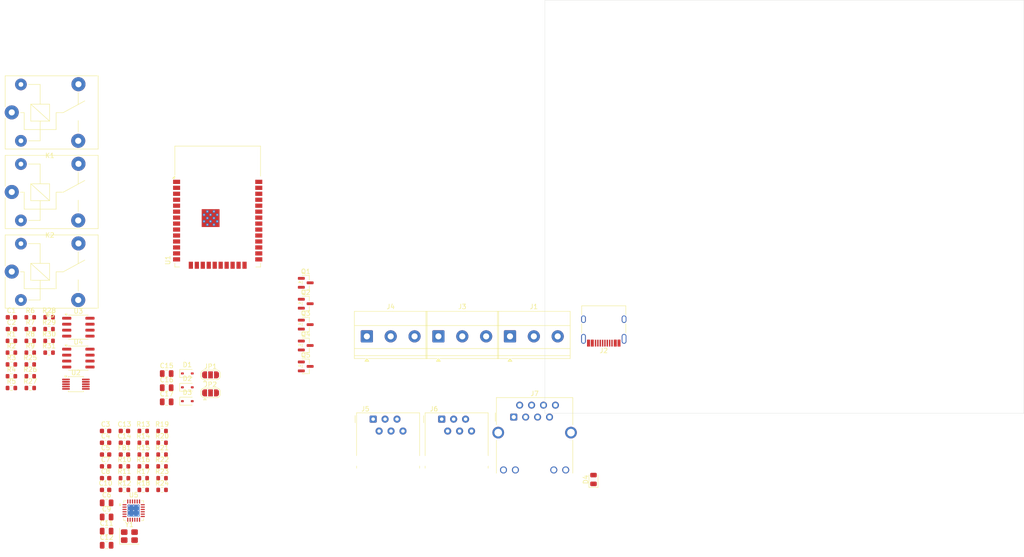
<source format=kicad_pcb>
(kicad_pcb (version 20241229) (generator "pcbnew") (generator_version "9.0")
  (layers (0 "F.Cu" signal) (2 "B.Cu" signal) (13 "F.Paste" user) (15 "B.Paste" user) (5 "F.SilkS" user "F.Silkscreen") (7 "B.SilkS" user "B.Silkscreen") (1 "F.Mask" user) (3 "B.Mask" user) (25 "Edge.Cuts" user))
  (net 0 "")
  (net 1 "GND")
  (net 2 "+3.3V")
  (net 3 "Net-(J7-RCT)")
  (net 4 "Net-(U5-VDD1A)")
  (net 5 "Net-(U5-VDDCR)")
  (net 6 "Net-(U5-XTAL1{slash}CLKIN)")
  (net 7 "Net-(U5-XTAL2)")
  (net 8 "/RST")
  (net 9 "+5V")
  (net 10 "Net-(D1-A)")
  (net 11 "Net-(D2-A)")
  (net 12 "Net-(D3-A)")
  (net 13 "Net-(D4-A)")
  (net 14 "Net-(D4-K)")
  (net 15 "Net-(J1-Pin_3)")
  (net 16 "Net-(J1-Pin_1)")
  (net 17 "Net-(J1-Pin_2)")
  (net 18 "Net-(J2-CC2)")
  (net 19 "Net-(U2-UD-)")
  (net 20 "Net-(U2-UD+)")
  (net 23 "Net-(J2-CC1)")
  (net 24 "Net-(J3-Pin_2)")
  (net 25 "Net-(J3-Pin_3)")
  (net 26 "Net-(J3-Pin_1)")
  (net 27 "Net-(J4-Pin_1)")
  (net 28 "Net-(J4-Pin_2)")
  (net 29 "Net-(J4-Pin_3)")
  (net 30 "Net-(U3-A)")
  (net 31 "Net-(U3-B)")
  (net 36 "Net-(U4-B)")
  (net 37 "Net-(U4-A)")
  (net 40 "Net-(J7-Pad11)")
  (net 41 "Net-(J7-RD-)")
  (net 42 "/Ethernet/LED1")
  (net 43 "Net-(J7-Pad10)")
  (net 44 "/Ethernet/LED2")
  (net 45 "Net-(J7-TD-)")
  (net 46 "Net-(J7-RD+)")
  (net 48 "Net-(J7-TD+)")
  (net 49 "Net-(JP1-C)")
  (net 50 "/TX1EN")
  (net 51 "Net-(JP2-C)")
  (net 52 "/TX2EN")
  (net 53 "Net-(Q1-G)")
  (net 54 "Net-(Q2-G)")
  (net 55 "Net-(Q3-G)")
  (net 56 "Net-(Q4-B)")
  (net 57 "Net-(Q4-E)")
  (net 58 "Net-(Q5-B)")
  (net 59 "/GPIO0")
  (net 60 "Net-(Q5-E)")
  (net 61 "Net-(U5-RBIAS)")
  (net 62 "/RST_ETH")
  (net 63 "/RXD0")
  (net 64 "/RXD1")
  (net 65 "/CRS_DV")
  (net 66 "/Ethernet/RXER{slash}PHYAD0")
  (net 67 "/MDC")
  (net 68 "/REF_CLK")
  (net 70 "/TX1")
  (net 72 "/RX1")
  (net 74 "/TXD1")
  (net 75 "/TXD0")
  (net 76 "/TX2")
  (net 77 "/MDIO")
  (net 78 "/TX_EN")
  (net 82 "/RX2")
  (net 88 "/UART_TX")
  (net 89 "/UART_RX")
  (footprint "Package_TO_SOT_SMD:SOT-23" (layer "F.Cu") (at 119.0625 108)
    (property "Reference" "Q5" (at 0 -2.4 0) (layer "F.SilkS"))
    (property "Value" "SS8050")
    (pad "1" smd roundrect (at -0.9375 -0.95) (size 1.475 0.6) (layers "F.Cu" "F.Mask" "F.Paste") (net 58 "Net-(Q5-B)"))
    (pad "2" smd roundrect (at -0.9375 0.95) (size 1.475 0.6) (layers "F.Cu" "F.Mask" "F.Paste") (net 60 "Net-(Q5-E)"))
    (pad "3" smd roundrect (at 0.9375 0) (size 1.475 0.6) (layers "F.Cu" "F.Mask" "F.Paste") (net 59 "/GPIO0"))
  )
  (footprint "Diode_SMD:D_SOD-323" (layer "F.Cu") (at 93.8475 109.5)
    (property "Reference" "D1" (at 0 -1.85 0) (layer "F.SilkS"))
    (property "Value" "1N4148WS")
    (pad "1" smd roundrect (at -1.05 0) (size 0.6 0.45) (layers "F.Cu" "F.Mask" "F.Paste") (net 9 "+5V"))
    (pad "2" smd roundrect (at 1.05 0) (size 0.6 0.45) (layers "F.Cu" "F.Mask" "F.Paste") (net 10 "Net-(D1-A)"))
  )
  (footprint "Package_TO_SOT_SMD:SOT-23" (layer "F.Cu") (at 119.0625 90.2)
    (property "Reference" "Q1" (at 0 -2.4 0) (layer "F.SilkS"))
    (property "Value" "AO3400A")
    (pad "1" smd roundrect (at -0.9375 -0.95) (size 1.475 0.6) (layers "F.Cu" "F.Mask" "F.Paste") (net 53 "Net-(Q1-G)"))
    (pad "2" smd roundrect (at -0.9375 0.95) (size 1.475 0.6) (layers "F.Cu" "F.Mask" "F.Paste") (net 1 "GND"))
    (pad "3" smd roundrect (at 0.9375 0) (size 1.475 0.6) (layers "F.Cu" "F.Mask" "F.Paste") (net 10 "Net-(D1-A)"))
  )
  (footprint "Relay_THT:Relay_SPDT_SANYOU_SRD_Series_Form_C" (layer "F.Cu") (at 56.4625 70.86)
    (property "Reference" "K2" (at 8.1 9.2 0) (layer "F.SilkS"))
    (property "Value" "SANYOU_SRD_Form_C")
    (pad "1" thru_hole circle (at 0 0 90) (size 3 3) (drill 1.3) (layers "*.Cu" "*.Mask") (net 24 "Net-(J3-Pin_2)"))
    (pad "2" thru_hole circle (at 1.95 6.05 90) (size 2.5 2.5) (drill 1) (layers "*.Cu" "*.Mask") (net 11 "Net-(D2-A)"))
    (pad "3" thru_hole circle (at 14.15 6.05 90) (size 3 3) (drill 1.3) (layers "*.Cu" "*.Mask") (net 26 "Net-(J3-Pin_1)"))
    (pad "4" thru_hole circle (at 14.2 -6 90) (size 3 3) (drill 1.3) (layers "*.Cu" "*.Mask") (net 25 "Net-(J3-Pin_3)"))
    (pad "5" thru_hole circle (at 1.95 -5.95 90) (size 2.5 2.5) (drill 1) (layers "*.Cu" "*.Mask") (net 9 "+5V"))
  )
  (footprint "Capacitor_SMD:C_0805_2012Metric" (layer "F.Cu") (at 89.4525 112.54)
    (property "Reference" "C16" (at 0 -1.68 0) (layer "F.SilkS"))
    (property "Value" "10uF")
    (pad "1" smd roundrect (at -0.95 0) (size 1 1.45) (layers "F.Cu" "F.Mask" "F.Paste") (net 2 "+3.3V"))
    (pad "2" smd roundrect (at 0.95 0) (size 1 1.45) (layers "F.Cu" "F.Mask" "F.Paste") (net 1 "GND"))
  )
  (footprint "Resistor_SMD:R_0603_1608Metric" (layer "F.Cu") (at 84.4625 124.26)
    (property "Reference" "R14" (at 0 -1.43 0) (layer "F.SilkS"))
    (property "Value" "49.9")
    (pad "1" smd roundrect (at -0.825 0) (size 0.8 0.95) (layers "F.Cu" "F.Mask" "F.Paste") (net 4 "Net-(U5-VDD1A)"))
    (pad "2" smd roundrect (at 0.825 0) (size 0.8 0.95) (layers "F.Cu" "F.Mask" "F.Paste") (net 41 "Net-(J7-RD-)"))
  )
  (footprint "RF_Module:ESP32-WROOM-32D" (layer "F.Cu") (at 100.3125 76.95)
    (property "Reference" "U1" (at -10.61 8.43 90) (layer "F.SilkS"))
    (property "Value" "ESP32-WROOM-32E")
    (pad "1" smd rect (at -8.75 -8.25) (size 1.5 0.9) (layers "F.Cu" "F.Mask" "F.Paste") (net 1 "GND"))
    (pad "2" smd rect (at -8.75 -6.98) (size 1.5 0.9) (layers "F.Cu" "F.Mask" "F.Paste") (net 2 "+3.3V"))
    (pad "3" smd rect (at -8.75 -5.71) (size 1.5 0.9) (layers "F.Cu" "F.Mask" "F.Paste") (net 8 "/RST"))
    (pad "4" smd rect (at -8.75 -4.44) (size 1.5 0.9) (layers "F.Cu" "F.Mask" "F.Paste"))
    (pad "5" smd rect (at -8.75 -3.17) (size 1.5 0.9) (layers "F.Cu" "F.Mask" "F.Paste"))
    (pad "6" smd rect (at -8.75 -1.9) (size 1.5 0.9) (layers "F.Cu" "F.Mask" "F.Paste"))
    (pad "7" smd rect (at -8.75 -0.63) (size 1.5 0.9) (layers "F.Cu" "F.Mask" "F.Paste"))
    (pad "8" smd rect (at -8.75 0.64) (size 1.5 0.9) (layers "F.Cu" "F.Mask" "F.Paste") (net 55 "Net-(Q3-G)"))
    (pad "9" smd rect (at -8.75 1.91) (size 1.5 0.9) (layers "F.Cu" "F.Mask" "F.Paste") (net 13 "Net-(D4-A)"))
    (pad "10" smd rect (at -8.75 3.18) (size 1.5 0.9) (layers "F.Cu" "F.Mask" "F.Paste") (net 63 "/RXD0"))
    (pad "11" smd rect (at -8.75 4.45) (size 1.5 0.9) (layers "F.Cu" "F.Mask" "F.Paste") (net 64 "/RXD1"))
    (pad "12" smd rect (at -8.75 5.72) (size 1.5 0.9) (layers "F.Cu" "F.Mask" "F.Paste") (net 65 "/CRS_DV"))
    (pad "13" smd rect (at -8.75 6.99) (size 1.5 0.9) (layers "F.Cu" "F.Mask" "F.Paste") (net 50 "/TX1EN"))
    (pad "14" smd rect (at -8.75 8.26) (size 1.5 0.9) (layers "F.Cu" "F.Mask" "F.Paste") (net 70 "/TX1"))
    (pad "15" smd rect (at -5.71 9.51 90) (size 1.5 0.9) (layers "F.Cu" "F.Mask" "F.Paste") (net 1 "GND"))
    (pad "16" smd rect (at -4.44 9.51 90) (size 1.5 0.9) (layers "F.Cu" "F.Mask" "F.Paste") (net 72 "/RX1"))
    (pad "17" smd rect (at -3.17 9.51 90) (size 1.5 0.9) (layers "F.Cu" "F.Mask" "F.Paste"))
    (pad "18" smd rect (at -1.9 9.51 90) (size 1.5 0.9) (layers "F.Cu" "F.Mask" "F.Paste"))
    (pad "19" smd rect (at -0.63 9.51 90) (size 1.5 0.9) (layers "F.Cu" "F.Mask" "F.Paste"))
    (pad "20" smd rect (at 0.64 9.51 90) (size 1.5 0.9) (layers "F.Cu" "F.Mask" "F.Paste"))
    (pad "21" smd rect (at 1.91 9.51 90) (size 1.5 0.9) (layers "F.Cu" "F.Mask" "F.Paste"))
    (pad "22" smd rect (at 3.18 9.51 90) (size 1.5 0.9) (layers "F.Cu" "F.Mask" "F.Paste"))
    (pad "23" smd rect (at 4.45 9.51 90) (size 1.5 0.9) (layers "F.Cu" "F.Mask" "F.Paste") (net 76 "/TX2"))
    (pad "24" smd rect (at 5.72 9.51 90) (size 1.5 0.9) (layers "F.Cu" "F.Mask" "F.Paste") (net 53 "Net-(Q1-G)"))
    (pad "25" smd rect (at 8.75 8.26) (size 1.5 0.9) (layers "F.Cu" "F.Mask" "F.Paste") (net 59 "/GPIO0"))
    (pad "26" smd rect (at 8.75 6.99) (size 1.5 0.9) (layers "F.Cu" "F.Mask" "F.Paste") (net 54 "Net-(Q2-G)"))
    (pad "27" smd rect (at 8.75 5.72) (size 1.5 0.9) (layers "F.Cu" "F.Mask" "F.Paste") (net 82 "/RX2"))
    (pad "28" smd rect (at 8.75 4.45) (size 1.5 0.9) (layers "F.Cu" "F.Mask" "F.Paste") (net 52 "/TX2EN"))
    (pad "29" smd rect (at 8.75 3.18) (size 1.5 0.9) (layers "F.Cu" "F.Mask" "F.Paste") (net 62 "/RST_ETH"))
    (pad "30" smd rect (at 8.75 1.91) (size 1.5 0.9) (layers "F.Cu" "F.Mask" "F.Paste") (net 77 "/MDIO"))
    (pad "31" smd rect (at 8.75 0.64) (size 1.5 0.9) (layers "F.Cu" "F.Mask" "F.Paste") (net 75 "/TXD0"))
    (pad "32" smd rect (at 8.75 -0.63) (size 1.5 0.9) (layers "F.Cu" "F.Mask" "F.Paste"))
    (pad "33" smd rect (at 8.75 -1.9) (size 1.5 0.9) (layers "F.Cu" "F.Mask" "F.Paste") (net 78 "/TX_EN"))
    (pad "34" smd rect (at 8.75 -3.17) (size 1.5 0.9) (layers "F.Cu" "F.Mask" "F.Paste") (net 88 "/UART_TX"))
    (pad "35" smd rect (at 8.75 -4.44) (size 1.5 0.9) (layers "F.Cu" "F.Mask" "F.Paste") (net 89 "/UART_RX"))
    (pad "36" smd rect (at 8.75 -5.71) (size 1.5 0.9) (layers "F.Cu" "F.Mask" "F.Paste") (net 74 "/TXD1"))
    (pad "37" smd rect (at 8.75 -6.98) (size 1.5 0.9) (layers "F.Cu" "F.Mask" "F.Paste") (net 67 "/MDC"))
    (pad "38" smd rect (at 8.75 -8.25) (size 1.5 0.9) (layers "F.Cu" "F.Mask" "F.Paste") (net 1 "GND"))
    (pad "39" smd rect (at -2.9 -1.93) (size 0.9 0.9) (layers "F.Cu" "F.Paste") (net 1 "GND"))
    (pad "39" thru_hole circle (at -2.9 -1.23) (size 0.6 0.6) (drill 0.2) (property pad_prop_heatsink) (layers "*.Cu" "F.Mask") (net 1 "GND"))
    (pad "39" smd rect (at -2.9 -0.53) (size 0.9 0.9) (layers "F.Cu" "F.Paste") (net 1 "GND"))
    (pad "39" thru_hole circle (at -2.9 0.17) (size 0.6 0.6) (drill 0.2) (property pad_prop_heatsink) (layers "*.Cu" "F.Mask") (net 1 "GND"))
    (pad "39" smd rect (at -2.9 0.87) (size 0.9 0.9) (layers "F.Cu" "F.Paste") (net 1 "GND"))
    (pad "39" thru_hole circle (at -2.2 -1.93) (size 0.6 0.6) (drill 0.2) (property pad_prop_heatsink) (layers "*.Cu" "F.Mask") (net 1 "GND"))
    (pad "39" thru_hole circle (at -2.2 -0.53) (size 0.6 0.6) (drill 0.2) (property pad_prop_heatsink) (layers "*.Cu" "F.Mask") (net 1 "GND"))
    (pad "39" thru_hole circle (at -2.2 0.87) (size 0.6 0.6) (drill 0.2) (property pad_prop_heatsink) (layers "*.Cu" "F.Mask") (net 1 "GND"))
    (pad "39" thru_hole circle (at -1.525 -1.23) (size 0.6 0.6) (drill 0.2) (property pad_prop_heatsink) (layers "*.Cu" "F.Mask") (net 1 "GND"))
    (pad "39" thru_hole circle (at -1.525 0.17) (size 0.6 0.6) (drill 0.2) (property pad_prop_heatsink) (layers "*.Cu" "F.Mask") (net 1 "GND"))
    (pad "39" smd rect (at -1.5 -1.93) (size 0.9 0.9) (layers "F.Cu" "F.Paste") (net 1 "GND"))
    (pad "39" smd rect (at -1.5 -0.53) (size 0.9 0.9) (layers "F.Cu" "F.Paste") (net 1 "GND"))
    (pad "39" smd rect (at -1.5 -0.53) (size 3.8 3.8) (property pad_prop_heatsink) (layers "F.Cu" "F.Mask") (net 1 "GND"))
    (pad "39" smd rect (at -1.5 0.87) (size 0.9 0.9) (layers "F.Cu" "F.Paste") (net 1 "GND"))
    (pad "39" thru_hole circle (at -0.8 -1.93) (size 0.6 0.6) (drill 0.2) (property pad_prop_heatsink) (layers "*.Cu" "F.Mask") (net 1 "GND"))
    (pad "39" thru_hole circle (at -0.8 -0.53) (size 0.6 0.6) (drill 0.2) (property pad_prop_heatsink) (layers "*.Cu" "F.Mask") (net 1 "GND"))
    (pad "39" thru_hole circle (at -0.8 0.87) (size 0.6 0.6) (drill 0.2) (property pad_prop_heatsink) (layers "*.Cu" "F.Mask") (net 1 "GND"))
    (pad "39" smd rect (at -0.1 -1.93) (size 0.9 0.9) (layers "F.Cu" "F.Paste") (net 1 "GND"))
    (pad "39" thru_hole circle (at -0.1 -1.23) (size 0.6 0.6) (drill 0.2) (property pad_prop_heatsink) (layers "*.Cu" "F.Mask") (net 1 "GND"))
    (pad "39" smd rect (at -0.1 -0.53) (size 0.9 0.9) (layers "F.Cu" "F.Paste") (net 1 "GND"))
    (pad "39" thru_hole circle (at -0.1 0.17) (size 0.6 0.6) (drill 0.2) (property pad_prop_heatsink) (layers "*.Cu" "F.Mask") (net 1 "GND"))
    (pad "39" smd rect (at -0.1 0.87) (size 0.9 0.9) (layers "F.Cu" "F.Paste") (net 1 "GND"))
  )
  (footprint "Jumper:SolderJumper-3_P1.3mm_Open_RoundedPad1.0x1.5mm" (layer "F.Cu") (at 98.7925 109.8)
    (property "Reference" "JP1" (at 0 -1.8 0) (layer "F.SilkS"))
    (property "Value" "SolderJumper_3_Open")
    (pad "1" smd custom (at -1.3 0) (size 1 0.5) (layers "F.Cu" "F.Mask") (net 1 "GND") (options (clearance outline) (anchor rect)) (primitives (gr_circle (center 0 0.25) (end 0.5 0.25) (width 0) (fill yes)) (gr_circle (center 0 -0.25) (end 0.5 -0.25) (width 0) (fill yes)) (gr_poly (pts (xy 0.55 0.75) (xy 0 0.75) (xy 0 -0.75) (xy 0.55 -0.75)) (width 0) (fill yes))))
    (pad "2" smd rect (at 0 0) (size 1 1.5) (layers "F.Cu" "F.Mask") (net 49 "Net-(JP1-C)"))
    (pad "3" smd custom (at 1.3 0) (size 1 0.5) (layers "F.Cu" "F.Mask") (net 50 "/TX1EN") (options (clearance outline) (anchor rect)) (primitives (gr_circle (center 0 0.25) (end 0.5 0.25) (width 0) (fill yes)) (gr_circle (center 0 -0.25) (end 0.5 -0.25) (width 0) (fill yes)) (gr_poly (pts (xy 0 0.75) (xy -0.55 0.75) (xy -0.55 -0.75) (xy 0 -0.75)) (width 0) (fill yes))))
  )
  (footprint "Resistor_SMD:R_0603_1608Metric" (layer "F.Cu") (at 64.4125 102.56)
    (property "Reference" "R30" (at 0 -1.43 0) (layer "F.SilkS"))
    (property "Value" "10k")
    (pad "1" smd roundrect (at -0.825 0) (size 0.8 0.95) (layers "F.Cu" "F.Mask" "F.Paste") (net 2 "+3.3V"))
    (pad "2" smd roundrect (at 0.825 0) (size 0.8 0.95) (layers "F.Cu" "F.Mask" "F.Paste") (net 8 "/RST"))
  )
  (footprint "Capacitor_SMD:C_0805_2012Metric" (layer "F.Cu") (at 89.4525 115.55)
    (property "Reference" "C17" (at 0 -1.68 0) (layer "F.SilkS"))
    (property "Value" "1uF")
    (pad "1" smd roundrect (at -0.95 0) (size 1 1.45) (layers "F.Cu" "F.Mask" "F.Paste") (net 8 "/RST"))
    (pad "2" smd roundrect (at 0.95 0) (size 1 1.45) (layers "F.Cu" "F.Mask" "F.Paste") (net 1 "GND"))
  )
  (footprint "TerminalBlock_Phoenix:TerminalBlock_Phoenix_MKDS-1,5-3-5.08_1x03_P5.08mm_Horizontal" (layer "F.Cu") (at 132.08 101.6)
    (property "Reference" "J4" (at 5.08 -6.32 0) (layer "F.SilkS"))
    (property "Value" "Conn_01x03")
    (pad "1" thru_hole roundrect (at 0 0) (size 2.6 2.6) (drill 1.3) (layers "*.Cu" "*.Mask") (roundrect_rratio 0.096154) (net 27 "Net-(J4-Pin_1)"))
    (pad "2" thru_hole circle (at 5.08 0) (size 2.6 2.6) (drill 1.3) (layers "*.Cu" "*.Mask") (net 28 "Net-(J4-Pin_2)"))
    (pad "3" thru_hole circle (at 10.16 0) (size 2.6 2.6) (drill 1.3) (layers "*.Cu" "*.Mask") (net 29 "Net-(J4-Pin_3)"))
  )
  (footprint "Capacitor_SMD:C_0603_1608Metric" (layer "F.Cu") (at 76.4425 134.3)
    (property "Reference" "C10" (at 0 -1.43 0) (layer "F.SilkS"))
    (property "Value" "470pF")
    (pad "1" smd roundrect (at -0.775 0) (size 0.9 0.95) (layers "F.Cu" "F.Mask" "F.Paste") (net 5 "Net-(U5-VDDCR)"))
    (pad "2" smd roundrect (at 0.775 0) (size 0.9 0.95) (layers "F.Cu" "F.Mask" "F.Paste") (net 1 "GND"))
  )
  (footprint "Resistor_SMD:R_0603_1608Metric" (layer "F.Cu") (at 56.3925 102.56)
    (property "Reference" "R1" (at 0 -1.43 0) (layer "F.SilkS"))
    (property "Value" "10k")
    (pad "1" smd roundrect (at -0.825 0) (size 0.8 0.95) (layers "F.Cu" "F.Mask" "F.Paste") (net 53 "Net-(Q1-G)"))
    (pad "2" smd roundrect (at 0.825 0) (size 0.8 0.95) (layers "F.Cu" "F.Mask" "F.Paste") (net 1 "GND"))
  )
  (footprint "Resistor_SMD:R_0603_1608Metric" (layer "F.Cu") (at 60.4025 97.54)
    (property "Reference" "R6" (at 0 -1.43 0) (layer "F.SilkS"))
    (property "Value" "4.7k")
    (pad "1" smd roundrect (at -0.825 0) (size 0.8 0.95) (layers "F.Cu" "F.Mask" "F.Paste") (net 31 "Net-(U3-B)"))
    (pad "2" smd roundrect (at 0.825 0) (size 0.8 0.95) (layers "F.Cu" "F.Mask" "F.Paste") (net 1 "GND"))
  )
  (footprint "Resistor_SMD:R_0603_1608Metric" (layer "F.Cu") (at 80.4525 134.3)
    (property "Reference" "R12" (at 0 -1.43 0) (layer "F.SilkS"))
    (property "Value" "49.9")
    (pad "1" smd roundrect (at -0.825 0) (size 0.8 0.95) (layers "F.Cu" "F.Mask" "F.Paste") (net 4 "Net-(U5-VDD1A)"))
    (pad "2" smd roundrect (at 0.825 0) (size 0.8 0.95) (layers "F.Cu" "F.Mask" "F.Paste") (net 45 "Net-(J7-TD-)"))
  )
  (footprint "Resistor_SMD:R_0603_1608Metric" (layer "F.Cu") (at 60.4025 107.58)
    (property "Reference" "R25" (at 0 -1.43 0) (layer "F.SilkS"))
    (property "Value" "5.1k")
    (pad "1" smd roundrect (at -0.825 0) (size 0.8 0.95) (layers "F.Cu" "F.Mask" "F.Paste") (net 18 "Net-(J2-CC2)"))
    (pad "2" smd roundrect (at 0.825 0) (size 0.8 0.95) (layers "F.Cu" "F.Mask" "F.Paste") (net 1 "GND"))
  )
  (footprint "Capacitor_SMD:C_0603_1608Metric" (layer "F.Cu") (at 76.4425 126.77)
    (property "Reference" "C5" (at 0 -1.43 0) (layer "F.SilkS"))
    (property "Value" "100nF")
    (pad "1" smd roundrect (at -0.775 0) (size 0.9 0.95) (layers "F.Cu" "F.Mask" "F.Paste") (net 4 "Net-(U5-VDD1A)"))
    (pad "2" smd roundrect (at 0.775 0) (size 0.9 0.95) (layers "F.Cu" "F.Mask" "F.Paste") (net 1 "GND"))
  )
  (footprint "Resistor_SMD:R_0603_1608Metric" (layer "F.Cu") (at 64.4125 105.07)
    (property "Reference" "R31" (at 0 -1.43 0) (layer "F.SilkS"))
    (property "Value" "1k")
    (pad "1" smd roundrect (at -0.825 0) (size 0.8 0.95) (layers "F.Cu" "F.Mask" "F.Paste") (net 14 "Net-(D4-K)"))
    (pad "2" smd roundrect (at 0.825 0) (size 0.8 0.95) (layers "F.Cu" "F.Mask" "F.Paste") (net 1 "GND"))
  )
  (footprint "Resistor_SMD:R_0603_1608Metric" (layer "F.Cu") (at 84.4625 126.77)
    (property "Reference" "R15" (at 0 -1.43 0) (layer "F.SilkS"))
    (property "Value" "0")
    (pad "1" smd roundrect (at -0.825 0) (size 0.8 0.95) (layers "F.Cu" "F.Mask" "F.Paste") (net 4 "Net-(U5-VDD1A)"))
    (pad "2" smd roundrect (at 0.825 0) (size 0.8 0.95) (layers "F.Cu" "F.Mask" "F.Paste") (net 3 "Net-(J7-RCT)"))
  )
  (footprint "Resistor_SMD:R_0603_1608Metric" (layer "F.Cu") (at 60.4025 110.09)
    (property "Reference" "R26" (at 0 -1.43 0) (layer "F.SilkS"))
    (property "Value" "5.1k")
    (pad "1" smd roundrect (at -0.825 0) (size 0.8 0.95) (layers "F.Cu" "F.Mask" "F.Paste") (net 23 "Net-(J2-CC1)"))
    (pad "2" smd roundrect (at 0.825 0) (size 0.8 0.95) (layers "F.Cu" "F.Mask" "F.Paste") (net 1 "GND"))
  )
  (footprint "Connector_RJ:RJ12_Amphenol_54601-x06_Horizontal" (layer "F.Cu") (at 148.02 119.23)
    (property "Reference" "J6" (at -1.66 -2.16 0) (layer "F.SilkS"))
    (property "Value" "RJ12")
    (pad "" np_thru_hole circle (at -1.9 8.89) (size 3.25 3.25) (drill 3.25) (layers "*.Cu" "*.Mask"))
    (pad "" np_thru_hole circle (at 8.26 8.89) (size 3.25 3.25) (drill 3.25) (layers "*.Cu" "*.Mask"))
    (pad "1" thru_hole roundrect (at 0 0) (size 1.52 1.52) (drill 0.76) (layers "*.Cu" "*.Mask") (roundrect_rratio 0.1644736842))
    (pad "2" thru_hole circle (at 1.27 2.54) (size 1.52 1.52) (drill 0.76) (layers "*.Cu" "*.Mask"))
    (pad "3" thru_hole circle (at 2.54 0) (size 1.52 1.52) (drill 0.76) (layers "*.Cu" "*.Mask") (net 37 "Net-(U4-A)"))
    (pad "4" thru_hole circle (at 3.81 2.54) (size 1.52 1.52) (drill 0.76) (layers "*.Cu" "*.Mask") (net 36 "Net-(U4-B)"))
    (pad "5" thru_hole circle (at 5.08 0) (size 1.52 1.52) (drill 0.76) (layers "*.Cu" "*.Mask") (net 1 "GND"))
    (pad "6" thru_hole circle (at 6.35 2.54) (size 1.52 1.52) (drill 0.76) (layers "*.Cu" "*.Mask"))
  )
  (footprint "TerminalBlock_Phoenix:TerminalBlock_Phoenix_MKDS-1,5-3-5.08_1x03_P5.08mm_Horizontal" (layer "F.Cu") (at 147.32 101.6)
    (property "Reference" "J3" (at 5.08 -6.32 0) (layer "F.SilkS"))
    (property "Value" "Conn_01x03")
    (pad "1" thru_hole roundrect (at 0 0) (size 2.6 2.6) (drill 1.3) (layers "*.Cu" "*.Mask") (roundrect_rratio 0.096154) (net 26 "Net-(J3-Pin_1)"))
    (pad "2" thru_hole circle (at 5.08 0) (size 2.6 2.6) (drill 1.3) (layers "*.Cu" "*.Mask") (net 24 "Net-(J3-Pin_2)"))
    (pad "3" thru_hole circle (at 10.16 0) (size 2.6 2.6) (drill 1.3) (layers "*.Cu" "*.Mask") (net 25 "Net-(J3-Pin_3)"))
  )
  (footprint "Resistor_SMD:R_0603_1608Metric" (layer "F.Cu") (at 56.3925 105.07)
    (property "Reference" "R2" (at 0 -1.43 0) (layer "F.SilkS"))
    (property "Value" "10k")
    (pad "1" smd roundrect (at -0.825 0) (size 0.8 0.95) (layers "F.Cu" "F.Mask" "F.Paste") (net 54 "Net-(Q2-G)"))
    (pad "2" smd roundrect (at 0.825 0) (size 0.8 0.95) (layers "F.Cu" "F.Mask" "F.Paste") (net 1 "GND"))
  )
  (footprint "Jumper:SolderJumper-3_P1.3mm_Open_RoundedPad1.0x1.5mm" (layer "F.Cu") (at 98.7925 113.635)
    (property "Reference" "JP2" (at 0 -1.8 0) (layer "F.SilkS"))
    (property "Value" "SolderJumper_3_Open")
    (pad "1" smd custom (at -1.3 0) (size 1 0.5) (layers "F.Cu" "F.Mask") (net 1 "GND") (options (clearance outline) (anchor rect)) (primitives (gr_circle (center 0 0.25) (end 0.5 0.25) (width 0) (fill yes)) (gr_circle (center 0 -0.25) (end 0.5 -0.25) (width 0) (fill yes)) (gr_poly (pts (xy 0.55 0.75) (xy 0 0.75) (xy 0 -0.75) (xy 0.55 -0.75)) (width 0) (fill yes))))
    (pad "2" smd rect (at 0 0) (size 1 1.5) (layers "F.Cu" "F.Mask") (net 51 "Net-(JP2-C)"))
    (pad "3" smd custom (at 1.3 0) (size 1 0.5) (layers "F.Cu" "F.Mask") (net 52 "/TX2EN") (options (clearance outline) (anchor rect)) (primitives (gr_circle (center 0 0.25) (end 0.5 0.25) (width 0) (fill yes)) (gr_circle (center 0 -0.25) (end 0.5 -0.25) (width 0) (fill yes)) (gr_poly (pts (xy 0 0.75) (xy -0.55 0.75) (xy -0.55 -0.75) (xy 0 -0.75)) (width 0) (fill yes))))
  )
  (footprint "Inductor_SMD:L_0603_1608Metric" (layer "F.Cu") (at 80.4525 126.77)
    (property "Reference" "FB1" (at 0 -1.43 0) (layer "F.SilkS"))
    (property "Value" "FerriteBead_Small")
    (pad "1" smd roundrect (at -0.7875 0) (size 0.875 0.95) (layers "F.Cu" "F.Mask" "F.Paste") (net 2 "+3.3V"))
    (pad "2" smd roundrect (at 0.7875 0) (size 0.875 0.95) (layers "F.Cu" "F.Mask" "F.Paste") (net 4 "Net-(U5-VDD1A)"))
  )
  (footprint "Capacitor_SMD:C_0805_2012Metric" (layer "F.Cu") (at 89.4525 109.53)
    (property "Reference" "C15" (at 0 -1.68 0) (layer "F.SilkS"))
    (property "Value" "10uF")
    (pad "1" smd roundrect (at -0.95 0) (size 1 1.45) (layers "F.Cu" "F.Mask" "F.Paste") (net 2 "+3.3V"))
    (pad "2" smd roundrect (at 0.95 0) (size 1 1.45) (layers "F.Cu" "F.Mask" "F.Paste") (net 1 "GND"))
  )
  (footprint "Relay_THT:Relay_SPDT_SANYOU_SRD_Series_Form_C" (layer "F.Cu") (at 56.4625 87.81)
    (property "Reference" "K3" (at 8.1 9.2 0) (layer "F.SilkS"))
    (property "Value" "SANYOU_SRD_Form_C")
    (pad "1" thru_hole circle (at 0 0 90) (size 3 3) (drill 1.3) (layers "*.Cu" "*.Mask") (net 28 "Net-(J4-Pin_2)"))
    (pad "2" thru_hole circle (at 1.95 6.05 90) (size 2.5 2.5) (drill 1) (layers "*.Cu" "*.Mask") (net 12 "Net-(D3-A)"))
    (pad "3" thru_hole circle (at 14.15 6.05 90) (size 3 3) (drill 1.3) (layers "*.Cu" "*.Mask") (net 27 "Net-(J4-Pin_1)"))
    (pad "4" thru_hole circle (at 14.2 -6 90) (size 3 3) (drill 1.3) (layers "*.Cu" "*.Mask") (net 29 "Net-(J4-Pin_3)"))
    (pad "5" thru_hole circle (at 1.95 -5.95 90) (size 2.5 2.5) (drill 1) (layers "*.Cu" "*.Mask") (net 9 "+5V"))
  )
  (footprint "Capacitor_SMD:C_0603_1608Metric" (layer "F.Cu") (at 80.4525 121.75)
    (property "Reference" "C13" (at 0 -1.43 0) (layer "F.SilkS"))
    (property "Value" "30pF")
    (pad "1" smd roundrect (at -0.775 0) (size 0.9 0.95) (layers "F.Cu" "F.Mask" "F.Paste") (net 6 "Net-(U5-XTAL1{slash}CLKIN)"))
    (pad "2" smd roundrect (at 0.775 0) (size 0.9 0.95) (layers "F.Cu" "F.Mask" "F.Paste") (net 1 "GND"))
  )
  (footprint "TerminalBlock_Phoenix:TerminalBlock_Phoenix_MKDS-1,5-3-5.08_1x03_P5.08mm_Horizontal" (layer "F.Cu") (at 162.56 101.6)
    (property "Reference" "J1" (at 5.08 -6.32 0) (layer "F.SilkS"))
    (property "Value" "Conn_01x03")
    (pad "1" thru_hole roundrect (at 0 0) (size 2.6 2.6) (drill 1.3) (layers "*.Cu" "*.Mask") (roundrect_rratio 0.096154) (net 16 "Net-(J1-Pin_1)"))
    (pad "2" thru_hole circle (at 5.08 0) (size 2.6 2.6) (drill 1.3) (layers "*.Cu" "*.Mask") (net 17 "Net-(J1-Pin_2)"))
    (pad "3" thru_hole circle (at 10.16 0) (size 2.6 2.6) (drill 1.3) (layers "*.Cu" "*.Mask") (net 15 "Net-(J1-Pin_3)"))
  )
  (footprint "Resistor_SMD:R_0603_1608Metric" (layer "F.Cu") (at 88.4725 124.26)
    (property "Reference" "R20" (at 0 -1.43 0) (layer "F.SilkS"))
    (property "Value" "10k")
    (pad "1" smd roundrect (at -0.825 0) (size 0.8 0.95) (layers "F.Cu" "F.Mask" "F.Paste") (net 2 "+3.3V"))
    (pad "2" smd roundrect (at 0.825 0) (size 0.8 0.95) (layers "F.Cu" "F.Mask" "F.Paste") (net 63 "/RXD0"))
  )
  (footprint "Resistor_SMD:R_0603_1608Metric" (layer "F.Cu") (at 84.4625 121.75)
    (property "Reference" "R13" (at 0 -1.43 0) (layer "F.SilkS"))
    (property "Value" "49.9")
    (pad "1" smd roundrect (at -0.825 0) (size 0.8 0.95) (layers "F.Cu" "F.Mask" "F.Paste") (net 4 "Net-(U5-VDD1A)"))
    (pad "2" smd roundrect (at 0.825 0) (size 0.8 0.95) (layers "F.Cu" "F.Mask" "F.Paste") (net 46 "Net-(J7-RD+)"))
  )
  (footprint "Capacitor_SMD:C_0805_2012Metric" (layer "F.Cu") (at 76.6625 146.09)
    (property "Reference" "C12" (at 0 -1.68 0) (layer "F.SilkS"))
    (property "Value" "4.7uF")
    (pad "1" smd roundrect (at -0.95 0) (size 1 1.45) (layers "F.Cu" "F.Mask" "F.Paste") (net 5 "Net-(U5-VDDCR)"))
    (pad "2" smd roundrect (at 0.95 0) (size 1 1.45) (layers "F.Cu" "F.Mask" "F.Paste") (net 1 "GND"))
  )
  (footprint "Resistor_SMD:R_0603_1608Metric" (layer "F.Cu") (at 64.4125 97.54)
    (property "Reference" "R28" (at 0 -1.43 0) (layer "F.SilkS"))
    (property "Value" "12k")
    (pad "1" smd roundrect (at -0.825 0) (size 0.8 0.95) (layers "F.Cu" "F.Mask" "F.Paste") (net 60 "Net-(Q5-E)"))
    (pad "2" smd roundrect (at 0.825 0) (size 0.8 0.95) (layers "F.Cu" "F.Mask" "F.Paste") (net 56 "Net-(Q4-B)"))
  )
  (footprint "Package_SO:SOIC-8_3.9x4.9mm_P1.27mm" (layer "F.Cu") (at 70.6425 99.645)
    (property "Reference" "U3" (at 0 -3.4 0) (layer "F.SilkS"))
    (property "Value" "SP3485EN")
    (pad "1" smd roundrect (at -2.475 -1.905) (size 1.95 0.6) (layers "F.Cu" "F.Mask" "F.Paste") (net 72 "/RX1"))
    (pad "2" smd roundrect (at -2.475 -0.635) (size 1.95 0.6) (layers "F.Cu" "F.Mask" "F.Paste") (net 49 "Net-(JP1-C)"))
    (pad "3" smd roundrect (at -2.475 0.635) (size 1.95 0.6) (layers "F.Cu" "F.Mask" "F.Paste") (net 50 "/TX1EN"))
    (pad "4" smd roundrect (at -2.475 1.905) (size 1.95 0.6) (layers "F.Cu" "F.Mask" "F.Paste") (net 70 "/TX1"))
    (pad "5" smd roundrect (at 2.475 1.905) (size 1.95 0.6) (layers "F.Cu" "F.Mask" "F.Paste") (net 1 "GND"))
    (pad "6" smd roundrect (at 2.475 0.635) (size 1.95 0.6) (layers "F.Cu" "F.Mask" "F.Paste") (net 30 "Net-(U3-A)"))
    (pad "7" smd roundrect (at 2.475 -0.635) (size 1.95 0.6) (layers "F.Cu" "F.Mask" "F.Paste") (net 31 "Net-(U3-B)"))
    (pad "8" smd roundrect (at 2.475 -1.905) (size 1.95 0.6) (layers "F.Cu" "F.Mask" "F.Paste") (net 2 "+3.3V"))
  )
  (footprint "Capacitor_SMD:C_0603_1608Metric" (layer "F.Cu") (at 56.3925 97.54)
    (property "Reference" "C1" (at 0 -1.43 0) (layer "F.SilkS"))
    (property "Value" "100nF")
    (pad "1" smd roundrect (at -0.775 0) (size 0.9 0.95) (layers "F.Cu" "F.Mask" "F.Paste") (net 1 "GND"))
    (pad "2" smd roundrect (at 0.775 0) (size 0.9 0.95) (layers "F.Cu" "F.Mask" "F.Paste") (net 2 "+3.3V"))
  )
  (footprint "Resistor_SMD:R_0603_1608Metric" (layer "F.Cu") (at 80.4525 131.79)
    (property "Reference" "R11" (at 0 -1.43 0) (layer "F.SilkS"))
    (property "Value" "49.9")
    (pad "1" smd roundrect (at -0.825 0) (size 0.8 0.95) (layers "F.Cu" "F.Mask" "F.Paste") (net 4 "Net-(U5-VDD1A)"))
    (pad "2" smd roundrect (at 0.825 0) (size 0.8 0.95) (layers "F.Cu" "F.Mask" "F.Paste") (net 48 "Net-(J7-TD+)"))
  )
  (footprint "Resistor_SMD:R_0603_1608Metric" (layer "F.Cu") (at 56.3925 110.09)
    (property "Reference" "R4" (at 0 -1.43 0) (layer "F.SilkS"))
    (property "Value" "120")
    (pad "1" smd roundrect (at -0.825 0) (size 0.8 0.95) (layers "F.Cu" "F.Mask" "F.Paste") (net 30 "Net-(U3-A)"))
    (pad "2" smd roundrect (at 0.825 0) (size 0.8 0.95) (layers "F.Cu" "F.Mask" "F.Paste") (net 31 "Net-(U3-B)"))
  )
  (footprint "Capacitor_SMD:C_0805_2012Metric" (layer "F.Cu") (at 76.6625 140.07)
    (property "Reference" "C9" (at 0 -1.68 0) (layer "F.SilkS"))
    (property "Value" "4.7uF")
    (pad "1" smd roundrect (at -0.95 0) (size 1 1.45) (layers "F.Cu" "F.Mask" "F.Paste") (net 2 "+3.3V"))
    (pad "2" smd roundrect (at 0.95 0) (size 1 1.45) (layers "F.Cu" "F.Mask" "F.Paste") (net 1 "GND"))
  )
  (footprint "Resistor_SMD:R_0603_1608Metric" (layer "F.Cu") (at 88.4725 131.79)
    (property "Reference" "R23" (at 0 -1.43 0) (layer "F.SilkS"))
    (property "Value" "10k")
    (pad "1" smd roundrect (at -0.825 0) (size 0.8 0.95) (layers "F.Cu" "F.Mask" "F.Paste") (net 66 "/Ethernet/RXER{slash}PHYAD0"))
    (pad "2" smd roundrect (at 0.825 0) (size 0.8 0.95) (layers "F.Cu" "F.Mask" "F.Paste") (net 1 "GND"))
  )
  (footprint "Crystal:Crystal_SMD_3225-4Pin_3.2x2.5mm" (layer "F.Cu") (at 81.5125 144.14)
    (property "Reference" "Y1" (at 0 -2.45 0) (layer "F.SilkS"))
    (property "Value" "25MHz")
    (pad "1" smd roundrect (at -1.1 0.85) (size 1.4 1.2) (layers "F.Cu" "F.Mask" "F.Paste") (roundrect_rratio 0.208333) (net 6 "Net-(U5-XTAL1{slash}CLKIN)"))
    (pad "2" smd roundrect (at 1.1 0.85) (size 1.4 1.2) (layers "F.Cu" "F.Mask" "F.Paste") (roundrect_rratio 0.208333))
    (pad "3" smd roundrect (at 1.1 -0.85) (size 1.4 1.2) (layers "F.Cu" "F.Mask" "F.Paste") (roundrect_rratio 0.208333) (net 7 "Net-(U5-XTAL2)"))
    (pad "4" smd roundrect (at -1.1 -0.85) (size 1.4 1.2) (layers "F.Cu" "F.Mask" "F.Paste") (roundrect_rratio 0.208333))
  )
  (footprint "Connector_RJ:RJ45_Hanrun_HR911105A_Horizontal" (layer "F.Cu") (at 163.36 118.79)
    (property "Reference" "J7" (at 4.44 -5 0) (layer "F.SilkS"))
    (property "Value" "RJ45_Hanrun_HR911105A_Horizontal")
    (pad "" np_thru_hole circle (at -1.275 6.36) (size 3.25 3.25) (drill 3.25) (layers "*.Cu" "*.Mask"))
    (pad "" np_thru_hole circle (at 10.155 6.36) (size 3.25 3.25) (drill 3.25) (layers "*.Cu" "*.Mask"))
    (pad "1" thru_hole roundrect (at 0 0) (size 1.5 1.5) (drill 0.89) (layers "*.Cu" "*.Mask") (roundrect_rratio 0.167) (net 48 "Net-(J7-TD+)"))
    (pad "2" thru_hole circle (at 1.26 -2.54) (size 1.5 1.5) (drill 0.89) (layers "*.Cu" "*.Mask") (net 45 "Net-(J7-TD-)"))
    (pad "3" thru_hole circle (at 2.54 0) (size 1.5 1.5) (drill 0.89) (layers "*.Cu" "*.Mask") (net 46 "Net-(J7-RD+)"))
    (pad "4" thru_hole circle (at 3.8 -2.54) (size 1.5 1.5) (drill 0.89) (layers "*.Cu" "*.Mask") (net 3 "Net-(J7-RCT)"))
    (pad "5" thru_hole circle (at 5.08 0) (size 1.5 1.5) (drill 0.89) (layers "*.Cu" "*.Mask") (net 3 "Net-(J7-RCT)"))
    (pad "6" thru_hole circle (at 6.34 -2.54) (size 1.5 1.5) (drill 0.89) (layers "*.Cu" "*.Mask") (net 41 "Net-(J7-RD-)"))
    (pad "7" thru_hole circle (at 7.62 0) (size 1.5 1.5) (drill 0.89) (layers "*.Cu" "*.Mask"))
    (pad "8" thru_hole circle (at 8.88 -2.54) (size 1.5 1.5) (drill 0.89) (layers "*.Cu" "*.Mask") (net 1 "GND"))
    (pad "9" thru_hole circle (at -2.185 11.26) (size 1.5 1.5) (drill 1.02) (layers "*.Cu" "*.Mask") (net 44 "/Ethernet/LED2"))
    (pad "10" thru_hole circle (at 0.355 11.26) (size 1.5 1.5) (drill 1.02) (layers "*.Cu" "*.Mask") (net 43 "Net-(J7-Pad10)"))
    (pad "11" thru_hole circle (at 8.525 11.26) (size 1.5 1.5) (drill 1.02) (layers "*.Cu" "*.Mask") (net 40 "Net-(J7-Pad11)"))
    (pad "12" thru_hole circle (at 11.065 11.26) (size 1.5 1.5) (drill 1.02) (layers "*.Cu" "*.Mask") (net 42 "/Ethernet/LED1"))
    (pad "SH" thru_hole circle (at -3.305 3.31) (size 2.5 2.5) (drill 1.63) (layers "*.Cu" "*.Mask") (net 1 "GND"))
    (pad "SH" thru_hole circle (at 12.185 3.31) (size 2.5 2.5) (drill 1.63) (layers "*.Cu" "*.Mask") (net 1 "GND"))
  )
  (footprint "Resistor_SMD:R_0603_1608Metric" (layer "F.Cu") (at 56.3925 107.58)
    (property "Reference" "R3" (at 0 -1.43 0) (layer "F.SilkS"))
    (property "Value" "10k")
    (pad "1" smd roundrect (at -0.825 0) (size 0.8 0.95) (layers "F.Cu" "F.Mask" "F.Paste") (net 55 "Net-(Q3-G)"))
    (pad "2" smd roundrect (at 0.825 0) (size 0.8 0.95) (layers "F.Cu" "F.Mask" "F.Paste") (net 1 "GND"))
  )
  (footprint "Resistor_SMD:R_0603_1608Metric" (layer "F.Cu") (at 88.4725 121.75)
    (property "Reference" "R19" (at 0 -1.43 0) (layer "F.SilkS"))
    (property "Value" "10k")
    (pad "1" smd roundrect (at -0.825 0) (size 0.8 0.95) (layers "F.Cu" "F.Mask" "F.Paste") (net 44 "/Ethernet/LED2"))
    (pad "2" smd roundrect (at 0.825 0) (size 0.8 0.95) (layers "F.Cu" "F.Mask" "F.Paste") (net 1 "GND"))
  )
  (footprint "Resistor_SMD:R_0603_1608Metric" (layer "F.Cu") (at 88.4725 126.77)
    (property "Reference" "R21" (at 0 -1.43 0) (layer "F.SilkS"))
    (property "Value" "10k")
    (pad "1" smd roundrect (at -0.825 0) (size 0.8 0.95) (layers "F.Cu" "F.Mask" "F.Paste") (net 2 "+3.3V"))
    (pad "2" smd roundrect (at 0.825 0) (size 0.8 0.95) (layers "F.Cu" "F.Mask" "F.Paste") (net 64 "/RXD1"))
  )
  (footprint "Capacitor_SMD:C_0805_2012Metric" (layer "F.Cu") (at 76.6625 143.08)
    (property "Reference" "C11" (at 0 -1.68 0) (layer "F.SilkS"))
    (property "Value" "1uF")
    (pad "1" smd roundrect (at -0.95 0) (size 1 1.45) (layers "F.Cu" "F.Mask" "F.Paste") (net 5 "Net-(U5-VDDCR)"))
    (pad "2" smd roundrect (at 0.95 0) (size 1 1.45) (layers "F.Cu" "F.Mask" "F.Paste") (net 1 "GND"))
  )
  (footprint "Package_TO_SOT_SMD:SOT-23" (layer "F.Cu") (at 119.0625 94.65)
    (property "Reference" "Q2" (at 0 -2.4 0) (layer "F.SilkS"))
    (property "Value" "AO3400A")
    (pad "1" smd roundrect (at -0.9375 -0.95) (size 1.475 0.6) (layers "F.Cu" "F.Mask" "F.Paste") (net 54 "Net-(Q2-G)"))
    (pad "2" smd roundrect (at -0.9375 0.95) (size 1.475 0.6) (layers "F.Cu" "F.Mask" "F.Paste") (net 1 "GND"))
    (pad "3" smd roundrect (at 0.9375 0) (size 1.475 0.6) (layers "F.Cu" "F.Mask" "F.Paste") (net 11 "Net-(D2-A)"))
  )
  (footprint "Resistor_SMD:R_0603_1608Metric" (layer "F.Cu") (at 60.4025 112.6)
    (property "Reference" "R27" (at 0 -1.43 0) (layer "F.SilkS"))
    (property "Value" "12k")
    (pad "1" smd roundrect (at -0.825 0) (size 0.8 0.95) (layers "F.Cu" "F.Mask" "F.Paste") (net 57 "Net-(Q4-E)"))
    (pad "2" smd roundrect (at 0.825 0) (size 0.8 0.95) (layers "F.Cu" "F.Mask" "F.Paste") (net 58 "Net-(Q5-B)"))
  )
  (footprint "Capacitor_SMD:C_0603_1608Metric" (layer "F.Cu") (at 76.4425 124.26)
    (property "Reference" "C4" (at 0 -1.43 0) (layer "F.SilkS"))
    (property "Value" "100nF")
    (pad "1" smd roundrect (at -0.775 0) (size 0.9 0.95) (layers "F.Cu" "F.Mask" "F.Paste") (net 4 "Net-(U5-VDD1A)"))
    (pad "2" smd roundrect (at 0.775 0) (size 0.9 0.95) (layers "F.Cu" "F.Mask" "F.Paste") (net 1 "GND"))
  )
  (footprint "Capacitor_SMD:C_0603_1608Metric" (layer "F.Cu") (at 80.4525 124.26)
    (property "Reference" "C14" (at 0 -1.43 0) (layer "F.SilkS"))
    (property "Value" "30pF")
    (pad "1" smd roundrect (at -0.775 0) (size 0.9 0.95) (layers "F.Cu" "F.Mask" "F.Paste") (net 7 "Net-(U5-XTAL2)"))
    (pad "2" smd roundrect (at 0.775 0) (size 0.9 0.95) (layers "F.Cu" "F.Mask" "F.Paste") (net 1 "GND"))
  )
  (footprint "Capacitor_SMD:C_0603_1608Metric" (layer "F.Cu") (at 76.4425 121.75)
    (property "Reference" "C3" (at 0 -1.43 0) (layer "F.SilkS"))
    (property "Value" "22nF")
    (pad "1" smd roundrect (at -0.775 0) (size 0.9 0.95) (layers "F.Cu" "F.Mask" "F.Paste") (net 3 "Net-(J7-RCT)"))
    (pad "2" smd roundrect (at 0.775 0) (size 0.9 0.95) (layers "F.Cu" "F.Mask" "F.Paste") (net 1 "GND"))
  )
  (footprint "Resistor_SMD:R_0603_1608Metric" (layer "F.Cu") (at 64.4125 100.05)
    (property "Reference" "R29" (at 0 -1.43 0) (layer "F.SilkS"))
    (property "Value" "10")
    (pad "1" smd roundrect (at -0.825 0) (size 0.8 0.95) (layers "F.Cu" "F.Mask" "F.Paste") (net 59 "/GPIO0"))
    (pad "2" smd roundrect (at 0.825 0) (size 0.8 0.95) (layers "F.Cu" "F.Mask" "F.Paste") (net 68 "/REF_CLK"))
  )
  (footprint "LED_SMD:LED_0805_2012Metric" (layer "F.Cu") (at 180.34 132.08 90)
    (property "Reference" "D4" (at 0 -1.65 90) (layer "F.SilkS"))
    (property "Value" "LED")
    (pad "1" smd roundrect (at -0.9375 0 90) (size 0.975 1.4) (layers "F.Cu" "F.Mask" "F.Paste") (net 14 "Net-(D4-K)"))
    (pad "2" smd roundrect (at 0.9375 0 90) (size 0.975 1.4) (layers "F.Cu" "F.Mask" "F.Paste") (net 13 "Net-(D4-A)"))
  )
  (footprint "Capacitor_SMD:C_0603_1608Metric" (layer "F.Cu") (at 76.4425 129.28)
    (property "Reference" "C7" (at 0 -1.43 0) (layer "F.SilkS"))
    (property "Value" "100nF")
    (pad "1" smd roundrect (at -0.775 0) (size 0.9 0.95) (layers "F.Cu" "F.Mask" "F.Paste") (net 2 "+3.3V"))
    (pad "2" smd roundrect (at 0.775 0) (size 0.9 0.95) (layers "F.Cu" "F.Mask" "F.Paste") (net 1 "GND"))
  )
  (footprint "Resistor_SMD:R_0603_1608Metric" (layer "F.Cu") (at 80.4525 129.28)
    (property "Reference" "R10" (at 0 -1.43 0) (layer "F.SilkS"))
    (property "Value" "R")
    (pad "1" smd roundrect (at -0.825 0) (size 0.8 0.95) (layers "F.Cu" "F.Mask" "F.Paste") (net 61 "Net-(U5-RBIAS)"))
    (pad "2" smd roundrect (at 0.825 0) (size 0.8 0.95) (layers "F.Cu" "F.Mask" "F.Paste") (net 1 "GND"))
  )
  (footprint "Capacitor_SMD:C_0805_2012Metric" (layer "F.Cu") (at 76.6625 137.06)
    (property "Reference" "C6" (at 0 -1.68 0) (layer "F.SilkS"))
    (property "Value" "4.7uF")
    (pad "1" smd roundrect (at -0.95 0) (size 1 1.45) (layers "F.Cu" "F.Mask" "F.Paste") (net 4 "Net-(U5-VDD1A)"))
    (pad "2" smd roundrect (at 0.95 0) (size 1 1.45) (layers "F.Cu" "F.Mask" "F.Paste") (net 1 "GND"))
  )
  (footprint "Package_SO:MSOP-10_3x3mm_P0.5mm" (layer "F.Cu") (at 70.1225 111.785)
    (property "Reference" "U2" (at 0 -2.45 0) (layer "F.SilkS"))
    (property "Value" "CH340X")
    (pad "1" smd roundrect (at -2.1125 -1) (size 1.625 0.35) (layers "F.Cu" "F.Mask" "F.Paste") (net 20 "Net-(U2-UD+)"))
    (pad "2" smd roundrect (at -2.1125 -0.5) (size 1.625 0.35) (layers "F.Cu" "F.Mask" "F.Paste") (net 19 "Net-(U2-UD-)"))
    (pad "3" smd roundrect (at -2.1125 0) (size 1.625 0.35) (layers "F.Cu" "F.Mask" "F.Paste") (net 1 "GND"))
    (pad "4" smd roundrect (at -2.1125 0.5) (size 1.625 0.35) (layers "F.Cu" "F.Mask" "F.Paste") (net 57 "Net-(Q4-E)"))
    (pad "5" smd roundrect (at -2.1125 1) (size 1.625 0.35) (layers "F.Cu" "F.Mask" "F.Paste"))
    (pad "6" smd roundrect (at 2.1125 1) (size 1.625 0.35) (layers "F.Cu" "F.Mask" "F.Paste") (net 60 "Net-(Q5-E)"))
    (pad "7" smd roundrect (at 2.1125 0.5) (size 1.625 0.35) (layers "F.Cu" "F.Mask" "F.Paste") (net 9 "+5V"))
    (pad "8" smd roundrect (at 2.1125 0) (size 1.625 0.35) (layers "F.Cu" "F.Mask" "F.Paste") (net 88 "/UART_TX"))
    (pad "9" smd roundrect (at 2.1125 -0.5) (size 1.625 0.35) (layers "F.Cu" "F.Mask" "F.Paste") (net 89 "/UART_RX"))
    (pad "10" smd roundrect (at 2.1125 -1) (size 1.625 0.35) (layers "F.Cu" "F.Mask" "F.Paste") (net 2 "+3.3V"))
  )
  (footprint "Resistor_SMD:R_0603_1608Metric" (layer "F.Cu") (at 88.4725 134.3)
    (property "Reference" "R24" (at 0 -1.43 0) (layer "F.SilkS"))
    (property "Value" "10k")
    (pad "1" smd roundrect (at -0.825 0) (size 0.8 0.95) (layers "F.Cu" "F.Mask" "F.Paste") (net 2 "+3.3V"))
    (pad "2" smd roundrect (at 0.825 0) (size 0.8 0.95) (layers "F.Cu" "F.Mask" "F.Paste") (net 67 "/MDC"))
  )
  (footprint "Resistor_SMD:R_0603_1608Metric" (layer "F.Cu") (at 60.4025 105.07)
    (property "Reference" "R9" (at 0 -1.43 0) (layer "F.SilkS"))
    (property "Value" "4.7k")
    (pad "1" smd roundrect (at -0.825 0) (size 0.8 0.95) (layers "F.Cu" "F.Mask" "F.Paste") (net 36 "Net-(U4-B)"))
    (pad "2" smd roundrect (at 0.825 0) (size 0.8 0.95) (layers "F.Cu" "F.Mask" "F.Paste") (net 1 "GND"))
  )
  (footprint "Diode_SMD:D_SOD-323" (layer "F.Cu") (at 93.8475 115.4)
    (property "Reference" "D3" (at 0 -1.85 0) (layer "F.SilkS"))
    (property "Value" "1N4148WS")
    (pad "1" smd roundrect (at -1.05 0) (size 0.6 0.45) (layers "F.Cu" "F.Mask" "F.Paste") (net 9 "+5V"))
    (pad "2" smd roundrect (at 1.05 0) (size 0.6 0.45) (layers "F.Cu" "F.Mask" "F.Paste") (net 12 "Net-(D3-A)"))
  )
  (footprint "Resistor_SMD:R_0603_1608Metric" (layer "F.Cu") (at 56.3925 112.6)
    (property "Reference" "R5" (at 0 -1.43 0) (layer "F.SilkS"))
    (property "Value" "4.7k")
    (pad "1" smd roundrect (at -0.825 0) (size 0.8 0.95) (layers "F.Cu" "F.Mask" "F.Paste") (net 2 "+3.3V"))
    (pad "2" smd roundrect (at 0.825 0) (size 0.8 0.95) (layers "F.Cu" "F.Mask" "F.Paste") (net 30 "Net-(U3-A)"))
  )
  (footprint "Resistor_SMD:R_0603_1608Metric" (layer "F.Cu") (at 60.4025 100.05)
    (property "Reference" "R7" (at 0 -1.43 0) (layer "F.SilkS"))
    (property "Value" "4.7k")
    (pad "1" smd roundrect (at -0.825 0) (size 0.8 0.95) (layers "F.Cu" "F.Mask" "F.Paste") (net 2 "+3.3V"))
    (pad "2" smd roundrect (at 0.825 0) (size 0.8 0.95) (layers "F.Cu" "F.Mask" "F.Paste") (net 37 "Net-(U4-A)"))
  )
  (footprint "Relay_THT:Relay_SPDT_SANYOU_SRD_Series_Form_C" (layer "F.Cu") (at 56.4625 53.91)
    (property "Reference" "K1" (at 8.1 9.2 0) (layer "F.SilkS"))
    (property "Value" "SANYOU_SRD_Form_C")
    (pad "1" thru_hole circle (at 0 0 90) (size 3 3) (drill 1.3) (layers "*.Cu" "*.Mask") (net 17 "Net-(J1-Pin_2)"))
    (pad "2" thru_hole circle (at 1.95 6.05 90) (size 2.5 2.5) (drill 1) (layers "*.Cu" "*.Mask") (net 10 "Net-(D1-A)"))
    (pad "3" thru_hole circle (at 14.15 6.05 90) (size 3 3) (drill 1.3) (layers "*.Cu" "*.Mask") (net 16 "Net-(J1-Pin_1)"))
    (pad "4" thru_hole circle (at 14.2 -6 90) (size 3 3) (drill 1.3) (layers "*.Cu" "*.Mask") (net 15 "Net-(J1-Pin_3)"))
    (pad "5" thru_hole circle (at 1.95 -5.95 90) (size 2.5 2.5) (drill 1) (layers "*.Cu" "*.Mask") (net 9 "+5V"))
  )
  (footprint "Resistor_SMD:R_0603_1608Metric" (layer "F.Cu") (at 84.4625 134.3)
    (property "Reference" "R18" (at 0 -1.43 0) (layer "F.SilkS"))
    (property "Value" "270")
    (pad "1" smd roundrect (at -0.825 0) (size 0.8 0.95) (layers "F.Cu" "F.Mask" "F.Paste") (net 43 "Net-(J7-Pad10)"))
    (pad "2" smd roundrect (at 0.825 0) (size 0.8 0.95) (layers "F.Cu" "F.Mask" "F.Paste") (net 1 "GND"))
  )
  (footprint "Diode_SMD:D_SOD-323" (layer "F.Cu") (at 93.8475 112.45)
    (property "Reference" "D2" (at 0 -1.85 0) (layer "F.SilkS"))
    (property "Value" "1N4148WS")
    (pad "1" smd roundrect (at -1.05 0) (size 0.6 0.45) (layers "F.Cu" "F.Mask" "F.Paste") (net 9 "+5V"))
    (pad "2" smd roundrect (at 1.05 0) (size 0.6 0.45) (layers "F.Cu" "F.Mask" "F.Paste") (net 11 "Net-(D2-A)"))
  )
  (footprint "Resistor_SMD:R_0603_1608Metric" (layer "F.Cu") (at 84.4625 131.79)
    (property "Reference" "R17" (at 0 -1.43 0) (layer "F.SilkS"))
    (property "Value" "270")
    (pad "1" smd roundrect (at -0.825 0) (size 0.8 0.95) (layers "F.Cu" "F.Mask" "F.Paste") (net 40 "Net-(J7-Pad11)"))
    (pad "2" smd roundrect (at 0.825 0) (size 0.8 0.95) (layers "F.Cu" "F.Mask" "F.Paste") (net 1 "GND"))
  )
  (footprint "Capacitor_SMD:C_0603_1608Metric" (layer "F.Cu") (at 56.3925 100.05)
    (property "Reference" "C2" (at 0 -1.43 0) (layer "F.SilkS"))
    (property "Value" "100nF")
    (pad "1" smd roundrect (at -0.775 0) (size 0.9 0.95) (layers "F.Cu" "F.Mask" "F.Paste") (net 1 "GND"))
    (pad "2" smd roundrect (at 0.775 0) (size 0.9 0.95) (layers "F.Cu" "F.Mask" "F.Paste") (net 2 "+3.3V"))
  )
  (footprint "Connector_RJ:RJ12_Amphenol_54601-x06_Horizontal" (layer "F.Cu") (at 133.42 119.23)
    (property "Reference" "J5" (at -1.66 -2.16 0) (layer "F.SilkS"))
    (property "Value" "RJ12")
    (pad "" np_thru_hole circle (at -1.9 8.89) (size 3.25 3.25) (drill 3.25) (layers "*.Cu" "*.Mask"))
    (pad "" np_thru_hole circle (at 8.26 8.89) (size 3.25 3.25) (drill 3.25) (layers "*.Cu" "*.Mask"))
    (pad "1" thru_hole roundrect (at 0 0) (size 1.52 1.52) (drill 0.76) (layers "*.Cu" "*.Mask") (roundrect_rratio 0.1644736842))
    (pad "2" thru_hole circle (at 1.27 2.54) (size 1.52 1.52) (drill 0.76) (layers "*.Cu" "*.Mask"))
    (pad "3" thru_hole circle (at 2.54 0) (size 1.52 1.52) (drill 0.76) (layers "*.Cu" "*.Mask") (net 30 "Net-(U3-A)"))
    (pad "4" thru_hole circle (at 3.81 2.54) (size 1.52 1.52) (drill 0.76) (layers "*.Cu" "*.Mask") (net 31 "Net-(U3-B)"))
    (pad "5" thru_hole circle (at 5.08 0) (size 1.52 1.52) (drill 0.76) (layers "*.Cu" "*.Mask") (net 1 "GND"))
    (pad "6" thru_hole circle (at 6.35 2.54) (size 1.52 1.52) (drill 0.76) (layers "*.Cu" "*.Mask"))
  )
  (footprint "Package_TO_SOT_SMD:SOT-23" (layer "F.Cu") (at 119.0625 99.1)
    (property "Reference" "Q3" (at 0 -2.4 0) (layer "F.SilkS"))
    (property "Value" "AO3400A")
    (pad "1" smd roundrect (at -0.9375 -0.95) (size 1.475 0.6) (layers "F.Cu" "F.Mask" "F.Paste") (net 55 "Net-(Q3-G)"))
    (pad "2" smd roundrect (at -0.9375 0.95) (size 1.475 0.6) (layers "F.Cu" "F.Mask" "F.Paste") (net 1 "GND"))
    (pad "3" smd roundrect (at 0.9375 0) (size 1.475 0.6) (layers "F.Cu" "F.Mask" "F.Paste") (net 12 "Net-(D3-A)"))
  )
  (footprint "Resistor_SMD:R_0603_1608Metric" (layer "F.Cu") (at 60.4025 102.56)
    (property "Reference" "R8" (at 0 -1.43 0) (layer "F.SilkS"))
    (property "Value" "120")
    (pad "1" smd roundrect (at -0.825 0) (size 0.8 0.95) (layers "F.Cu" "F.Mask" "F.Paste") (net 37 "Net-(U4-A)"))
    (pad "2" smd roundrect (at 0.825 0) (size 0.8 0.95) (layers "F.Cu" "F.Mask" "F.Paste") (net 36 "Net-(U4-B)"))
  )
  (footprint "Capacitor_SMD:C_0603_1608Metric" (layer "F.Cu") (at 76.4425 131.79)
    (property "Reference" "C8" (at 0 -1.43 0) (layer "F.SilkS"))
    (property "Value" "100nF")
    (pad "1" smd roundrect (at -0.775 0) (size 0.9 0.95) (layers "F.Cu" "F.Mask" "F.Paste") (net 2 "+3.3V"))
    (pad "2" smd roundrect (at 0.775 0) (size 0.9 0.95) (layers "F.Cu" "F.Mask" "F.Paste") (net 1 "GND"))
  )
  (footprint "Package_TO_SOT_SMD:SOT-23" (layer "F.Cu") (at 119.0625 103.55)
    (property "Reference" "Q4" (at 0 -2.4 0) (layer "F.SilkS"))
    (property "Value" "SS8050")
    (pad "1" smd roundrect (at -0.9375 -0.95) (size 1.475 0.6) (layers "F.Cu" "F.Mask" "F.Paste") (net 56 "Net-(Q4-B)"))
    (pad "2" smd roundrect (at -0.9375 0.95) (size 1.475 0.6) (layers "F.Cu" "F.Mask" "F.Paste") (net 57 "Net-(Q4-E)"))
    (pad "3" smd roundrect (at 0.9375 0) (size 1.475 0.6) (layers "F.Cu" "F.Mask" "F.Paste") (net 8 "/RST"))
  )
  (footprint "Package_SO:SOIC-8_3.9x4.9mm_P1.27mm" (layer "F.Cu") (at 70.6425 106.23)
    (property "Reference" "U4" (at 0 -3.4 0) (layer "F.SilkS"))
    (property "Value" "SP3485EN")
    (pad "1" smd roundrect (at -2.475 -1.905) (size 1.95 0.6) (layers "F.Cu" "F.Mask" "F.Paste") (net 82 "/RX2"))
    (pad "2" smd roundrect (at -2.475 -0.635) (size 1.95 0.6) (layers "F.Cu" "F.Mask" "F.Paste") (net 51 "Net-(JP2-C)"))
    (pad "3" smd roundrect (at -2.475 0.635) (size 1.95 0.6) (layers "F.Cu" "F.Mask" "F.Paste") (net 52 "/TX2EN"))
    (pad "4" smd roundrect (at -2.475 1.905) (size 1.95 0.6) (layers "F.Cu" "F.Mask" "F.Paste") (net 76 "/TX2"))
    (pad "5" smd roundrect (at 2.475 1.905) (size 1.95 0.6) (layers "F.Cu" "F.Mask" "F.Paste") (net 1 "GND"))
    (pad "6" smd roundrect (at 2.475 0.635) (size 1.95 0.6) (layers "F.Cu" "F.Mask" "F.Paste") (net 37 "Net-(U4-A)"))
    (pad "7" smd roundrect (at 2.475 -0.635) (size 1.95 0.6) (layers "F.Cu" "F.Mask" "F.Paste") (net 36 "Net-(U4-B)"))
    (pad "8" smd roundrect (at 2.475 -1.905) (size 1.95 0.6) (layers "F.Cu" "F.Mask" "F.Paste") (net 2 "+3.3V"))
  )
  (footprint "Resistor_SMD:R_0603_1608Metric" (layer "F.Cu") (at 84.4625 129.28)
    (property "Reference" "R16" (at 0 -1.43 0) (layer "F.SilkS"))
    (property "Value" "10k")
    (pad "1" smd roundrect (at -0.825 0) (size 0.8 0.95) (layers "F.Cu" "F.Mask" "F.Paste") (net 62 "/RST_ETH"))
    (pad "2" smd roundrect (at 0.825 0) (size 0.8 0.95) (layers "F.Cu" "F.Mask" "F.Paste") (net 1 "GND"))
  )
  (footprint "Resistor_SMD:R_0603_1608Metric" (layer "F.Cu") (at 88.4725 129.28)
    (property "Reference" "R22" (at 0 -1.43 0) (layer "F.SilkS"))
    (property "Value" "10k")
    (pad "1" smd roundrect (at -0.825 0) (size 0.8 0.95) (layers "F.Cu" "F.Mask" "F.Paste") (net 2 "+3.3V"))
    (pad "2" smd roundrect (at 0.825 0) (size 0.8 0.95) (layers "F.Cu" "F.Mask" "F.Paste") (net 65 "/CRS_DV"))
  )
  (footprint "Connector_USB:USB_C_Receptacle_HRO_TYPE-C-31-M-12" (layer "F.Cu") (at 182.53 99 180)
    (property "Reference" "J2" (at 0 -5.645 0) (layer "F.SilkS"))
    (property "Value" "USB_C_Receptacle_USB2.0_16P")
    (pad "" np_thru_hole circle (at -2.89 -2.6 180) (size 0.65 0.65) (drill 0.65) (layers "*.Cu" "*.Mask"))
    (pad "" np_thru_hole circle (at 2.89 -2.6 180) (size 0.65 0.65) (drill 0.65) (layers "*.Cu" "*.Mask"))
    (pad "A1" smd rect (at -3.25 -4.045 180) (size 0.6 1.45) (layers "F.Cu" "F.Mask" "F.Paste") (net 1 "GND"))
    (pad "A4" smd rect (at -2.45 -4.045 180) (size 0.6 1.45) (layers "F.Cu" "F.Mask" "F.Paste") (net 9 "+5V"))
    (pad "A5" smd rect (at -1.25 -4.045 180) (size 0.3 1.45) (layers "F.Cu" "F.Mask" "F.Paste") (net 23 "Net-(J2-CC1)"))
    (pad "A6" smd rect (at -0.25 -4.045 180) (size 0.3 1.45) (layers "F.Cu" "F.Mask" "F.Paste") (net 20 "Net-(U2-UD+)"))
    (pad "A7" smd rect (at 0.25 -4.045 180) (size 0.3 1.45) (layers "F.Cu" "F.Mask" "F.Paste") (net 19 "Net-(U2-UD-)"))
    (pad "A8" smd rect (at 1.25 -4.045 180) (size 0.3 1.45) (layers "F.Cu" "F.Mask" "F.Paste"))
    (pad "A9" smd rect (at 2.45 -4.045 180) (size 0.6 1.45) (layers "F.Cu" "F.Mask" "F.Paste") (net 9 "+5V"))
    (pad "A12" smd rect (at 3.25 -4.045 180) (size 0.6 1.45) (layers "F.Cu" "F.Mask" "F.Paste") (net 1 "GND"))
    (pad "B1" smd rect (at 3.25 -4.045 180) (size 0.6 1.45) (layers "F.Cu" "F.Mask" "F.Paste") (net 1 "GND"))
    (pad "B4" smd rect (at 2.45 -4.045 180) (size 0.6 1.45) (layers "F.Cu" "F.Mask" "F.Paste") (net 9 "+5V"))
    (pad "B5" smd rect (at 1.75 -4.045 180) (size 0.3 1.45) (layers "F.Cu" "F.Mask" "F.Paste") (net 18 "Net-(J2-CC2)"))
    (pad "B6" smd rect (at 0.75 -4.045 180) (size 0.3 1.45) (layers "F.Cu" "F.Mask" "F.Paste") (net 20 "Net-(U2-UD+)"))
    (pad "B7" smd rect (at -0.75 -4.045 180) (size 0.3 1.45) (layers "F.Cu" "F.Mask" "F.Paste") (net 19 "Net-(U2-UD-)"))
    (pad "B8" smd rect (at -1.75 -4.045 180) (size 0.3 1.45) (layers "F.Cu" "F.Mask" "F.Paste"))
    (pad "B9" smd rect (at -2.45 -4.045 180) (size 0.6 1.45) (layers "F.Cu" "F.Mask" "F.Paste") (net 9 "+5V"))
    (pad "B12" smd rect (at -3.25 -4.045 180) (size 0.6 1.45) (layers "F.Cu" "F.Mask" "F.Paste") (net 1 "GND"))
    (pad "S1" thru_hole oval (at -4.32 -3.13 180) (size 1 2.1) (drill oval 0.6 1.7) (property pad_prop_heatsink) (layers "*.Cu" "*.Mask") (net 1 "GND"))
    (pad "S1" thru_hole oval (at -4.32 1.05 180) (size 1 1.6) (drill oval 0.6 1.2) (property pad_prop_heatsink) (layers "*.Cu" "*.Mask") (net 1 "GND"))
    (pad "S1" thru_hole oval (at 4.32 -3.13 180) (size 1 2.1) (drill oval 0.6 1.7) (property pad_prop_heatsink) (layers "*.Cu" "*.Mask") (net 1 "GND"))
    (pad "S1" thru_hole oval (at 4.32 1.05 180) (size 1 1.6) (drill oval 0.6 1.2) (property pad_prop_heatsink) (layers "*.Cu" "*.Mask") (net 1 "GND"))
  )
  (footprint "Package_DFN_QFN:VQFN-24-1EP_4x4mm_P0.5mm_EP2.5x2.5mm_ThermalVias" (layer "F.Cu") (at 82.4175 138.71)
    (property "Reference" "U5" (at 0 -3.33 0) (layer "F.SilkS"))
    (property "Value" "LAN8720A")
    (pad "1" smd roundrect (at -1.9375 -1.25) (size 0.875 0.25) (layers "F.Cu" "F.Mask" "F.Paste") (net 4 "Net-(U5-VDD1A)"))
    (pad "2" smd roundrect (at -1.9375 -0.75) (size 0.875 0.25) (layers "F.Cu" "F.Mask" "F.Paste") (net 44 "/Ethernet/LED2"))
    (pad "3" smd roundrect (at -1.9375 -0.25) (size 0.875 0.25) (layers "F.Cu" "F.Mask" "F.Paste") (net 42 "/Ethernet/LED1"))
    (pad "4" smd roundrect (at -1.9375 0.25) (size 0.875 0.25) (layers "F.Cu" "F.Mask" "F.Paste") (net 7 "Net-(U5-XTAL2)"))
    (pad "5" smd roundrect (at -1.9375 0.75) (size 0.875 0.25) (layers "F.Cu" "F.Mask" "F.Paste") (net 6 "Net-(U5-XTAL1{slash}CLKIN)"))
    (pad "6" smd roundrect (at -1.9375 1.25) (size 0.875 0.25) (layers "F.Cu" "F.Mask" "F.Paste") (net 5 "Net-(U5-VDDCR)"))
    (pad "7" smd roundrect (at -1.25 1.9375) (size 0.25 0.875) (layers "F.Cu" "F.Mask" "F.Paste") (net 64 "/RXD1"))
    (pad "8" smd roundrect (at -0.75 1.9375) (size 0.25 0.875) (layers "F.Cu" "F.Mask" "F.Paste") (net 63 "/RXD0"))
    (pad "9" smd roundrect (at -0.25 1.9375) (size 0.25 0.875) (layers "F.Cu" "F.Mask" "F.Paste") (net 2 "+3.3V"))
    (pad "10" smd roundrect (at 0.25 1.9375) (size 0.25 0.875) (layers "F.Cu" "F.Mask" "F.Paste") (net 66 "/Ethernet/RXER{slash}PHYAD0"))
    (pad "11" smd roundrect (at 0.75 1.9375) (size 0.25 0.875) (layers "F.Cu" "F.Mask" "F.Paste") (net 65 "/CRS_DV"))
    (pad "12" smd roundrect (at 1.25 1.9375) (size 0.25 0.875) (layers "F.Cu" "F.Mask" "F.Paste") (net 67 "/MDC"))
    (pad "13" smd roundrect (at 1.9375 1.25) (size 0.875 0.25) (layers "F.Cu" "F.Mask" "F.Paste") (net 77 "/MDIO"))
    (pad "14" smd roundrect (at 1.9375 0.75) (size 0.875 0.25) (layers "F.Cu" "F.Mask" "F.Paste") (net 68 "/REF_CLK"))
    (pad "15" smd roundrect (at 1.9375 0.25) (size 0.875 0.25) (layers "F.Cu" "F.Mask" "F.Paste") (net 62 "/RST_ETH"))
    (pad "16" smd roundrect (at 1.9375 -0.25) (size 0.875 0.25) (layers "F.Cu" "F.Mask" "F.Paste") (net 78 "/TX_EN"))
    (pad "17" smd roundrect (at 1.9375 -0.75) (size 0.875 0.25) (layers "F.Cu" "F.Mask" "F.Paste") (net 75 "/TXD0"))
    (pad "18" smd roundrect (at 1.9375 -1.25) (size 0.875 0.25) (layers "F.Cu" "F.Mask" "F.Paste") (net 74 "/TXD1"))
    (pad "19" smd roundrect (at 1.25 -1.9375) (size 0.25 0.875) (layers "F.Cu" "F.Mask" "F.Paste") (net 4 "Net-(U5-VDD1A)"))
    (pad "20" smd roundrect (at 0.75 -1.9375) (size 0.25 0.875) (layers "F.Cu" "F.Mask" "F.Paste") (net 45 "Net-(J7-TD-)"))
    (pad "21" smd roundrect (at 0.25 -1.9375) (size 0.25 0.875) (layers "F.Cu" "F.Mask" "F.Paste") (net 48 "Net-(J7-TD+)"))
    (pad "22" smd roundrect (at -0.25 -1.9375) (size 0.25 0.875) (layers "F.Cu" "F.Mask" "F.Paste") (net 41 "Net-(J7-RD-)"))
    (pad "23" smd roundrect (at -0.75 -1.9375) (size 0.25 0.875) (layers "F.Cu" "F.Mask" "F.Paste") (net 46 "Net-(J7-RD+)"))
    (pad "24" smd roundrect (at -1.25 -1.9375) (size 0.25 0.875) (layers "F.Cu" "F.Mask" "F.Paste") (net 61 "Net-(U5-RBIAS)"))
    (pad "25" thru_hole circle (at -1 -1) (size 0.5 0.5) (drill 0.2) (property pad_prop_heatsink) (layers "*.Cu") (net 1 "GND"))
    (pad "25" thru_hole circle (at -1 0) (size 0.5 0.5) (drill 0.2) (property pad_prop_heatsink) (layers "*.Cu") (net 1 "GND"))
    (pad "25" thru_hole circle (at -1 1) (size 0.5 0.5) (drill 0.2) (property pad_prop_heatsink) (layers "*.Cu") (net 1 "GND"))
    (pad "25" thru_hole circle (at 0 -1) (size 0.5 0.5) (drill 0.2) (property pad_prop_heatsink) (layers "*.Cu") (net 1 "GND"))
    (pad "25" thru_hole circle (at 0 0) (size 0.5 0.5) (drill 0.2) (property pad_prop_heatsink) (layers "*.Cu") (net 1 "GND"))
    (pad "25" smd rect (at 0 0) (size 2.5 2.5) (property pad_prop_heatsink) (layers "F.Cu" "F.Mask") (net 1 "GND"))
    (pad "25" smd rect (at 0 0) (size 2.5 2.5) (property pad_prop_heatsink) (layers "B.Cu") (net 1 "GND"))
    (pad "25" thru_hole circle (at 0 1) (size 0.5 0.5) (drill 0.2) (property pad_prop_heatsink) (layers "*.Cu") (net 1 "GND"))
    (pad "25" thru_hole circle (at 1 -1) (size 0.5 0.5) (drill 0.2) (property pad_prop_heatsink) (layers "*.Cu") (net 1 "GND"))
    (pad "25" thru_hole circle (at 1 0) (size 0.5 0.5) (drill 0.2) (property pad_prop_heatsink) (layers "*.Cu") (net 1 "GND"))
    (pad "25" thru_hole circle (at 1 1) (size 0.5 0.5) (drill 0.2) (property pad_prop_heatsink) (layers "*.Cu") (net 1 "GND"))
  )
  (gr_rect (start 170 30) (end 272 118) (stroke (width 0.05)) (fill no) (layer "Edge.Cuts"))
)
</source>
